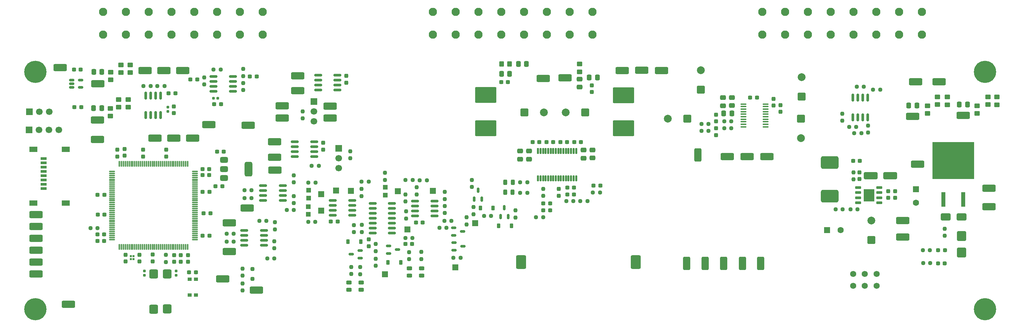
<source format=gbr>
%TF.GenerationSoftware,KiCad,Pcbnew,9.0.7*%
%TF.CreationDate,2026-02-10T04:26:10-08:00*%
%TF.ProjectId,VCU_v2,5643555f-7632-42e6-9b69-6361645f7063,rev?*%
%TF.SameCoordinates,Original*%
%TF.FileFunction,Soldermask,Top*%
%TF.FilePolarity,Negative*%
%FSLAX46Y46*%
G04 Gerber Fmt 4.6, Leading zero omitted, Abs format (unit mm)*
G04 Created by KiCad (PCBNEW 9.0.7) date 2026-02-10 04:26:10*
%MOMM*%
%LPD*%
G01*
G04 APERTURE LIST*
G04 Aperture macros list*
%AMRoundRect*
0 Rectangle with rounded corners*
0 $1 Rounding radius*
0 $2 $3 $4 $5 $6 $7 $8 $9 X,Y pos of 4 corners*
0 Add a 4 corners polygon primitive as box body*
4,1,4,$2,$3,$4,$5,$6,$7,$8,$9,$2,$3,0*
0 Add four circle primitives for the rounded corners*
1,1,$1+$1,$2,$3*
1,1,$1+$1,$4,$5*
1,1,$1+$1,$6,$7*
1,1,$1+$1,$8,$9*
0 Add four rect primitives between the rounded corners*
20,1,$1+$1,$2,$3,$4,$5,0*
20,1,$1+$1,$4,$5,$6,$7,0*
20,1,$1+$1,$6,$7,$8,$9,0*
20,1,$1+$1,$8,$9,$2,$3,0*%
G04 Aperture macros list end*
%ADD10C,0.100000*%
%ADD11RoundRect,0.237500X0.250000X0.237500X-0.250000X0.237500X-0.250000X-0.237500X0.250000X-0.237500X0*%
%ADD12RoundRect,0.250000X1.000000X0.650000X-1.000000X0.650000X-1.000000X-0.650000X1.000000X-0.650000X0*%
%ADD13RoundRect,0.390000X-0.910000X-1.360000X0.910000X-1.360000X0.910000X1.360000X-0.910000X1.360000X0*%
%ADD14R,1.500000X1.500000*%
%ADD15RoundRect,0.237500X0.237500X-0.250000X0.237500X0.250000X-0.237500X0.250000X-0.237500X-0.250000X0*%
%ADD16RoundRect,0.250000X-1.450000X-0.650000X1.450000X-0.650000X1.450000X0.650000X-1.450000X0.650000X0*%
%ADD17RoundRect,0.375000X-0.625000X-0.375000X0.625000X-0.375000X0.625000X0.375000X-0.625000X0.375000X0*%
%ADD18RoundRect,0.500000X-0.500000X-1.400000X0.500000X-1.400000X0.500000X1.400000X-0.500000X1.400000X0*%
%ADD19RoundRect,0.250000X0.450000X-0.350000X0.450000X0.350000X-0.450000X0.350000X-0.450000X-0.350000X0*%
%ADD20RoundRect,0.237500X-0.250000X-0.237500X0.250000X-0.237500X0.250000X0.237500X-0.250000X0.237500X0*%
%ADD21C,3.600000*%
%ADD22C,5.700000*%
%ADD23RoundRect,0.250000X-0.337500X-0.475000X0.337500X-0.475000X0.337500X0.475000X-0.337500X0.475000X0*%
%ADD24RoundRect,0.237500X0.300000X0.237500X-0.300000X0.237500X-0.300000X-0.237500X0.300000X-0.237500X0*%
%ADD25RoundRect,0.150000X-0.512500X-0.150000X0.512500X-0.150000X0.512500X0.150000X-0.512500X0.150000X0*%
%ADD26RoundRect,0.250000X0.337500X0.475000X-0.337500X0.475000X-0.337500X-0.475000X0.337500X-0.475000X0*%
%ADD27RoundRect,0.250000X0.650000X-1.450000X0.650000X1.450000X-0.650000X1.450000X-0.650000X-1.450000X0*%
%ADD28RoundRect,0.067500X0.157500X-0.682500X0.157500X0.682500X-0.157500X0.682500X-0.157500X-0.682500X0*%
%ADD29RoundRect,0.067500X-0.157500X0.682500X-0.157500X-0.682500X0.157500X-0.682500X0.157500X0.682500X0*%
%ADD30RoundRect,0.150000X0.150000X-0.512500X0.150000X0.512500X-0.150000X0.512500X-0.150000X-0.512500X0*%
%ADD31RoundRect,0.237500X-0.237500X0.300000X-0.237500X-0.300000X0.237500X-0.300000X0.237500X0.300000X0*%
%ADD32RoundRect,0.162500X0.162500X-0.825000X0.162500X0.825000X-0.162500X0.825000X-0.162500X-0.825000X0*%
%ADD33RoundRect,0.250000X0.750000X0.750000X-0.750000X0.750000X-0.750000X-0.750000X0.750000X-0.750000X0*%
%ADD34C,2.000000*%
%ADD35RoundRect,0.100000X-0.637500X-0.100000X0.637500X-0.100000X0.637500X0.100000X-0.637500X0.100000X0*%
%ADD36C,2.108200*%
%ADD37RoundRect,0.250000X-0.550000X-0.550000X0.550000X-0.550000X0.550000X0.550000X-0.550000X0.550000X0*%
%ADD38C,1.600000*%
%ADD39RoundRect,0.250000X-0.550000X0.550000X-0.550000X-0.550000X0.550000X-0.550000X0.550000X0.550000X0*%
%ADD40R,1.000000X0.900000*%
%ADD41RoundRect,0.237500X-0.237500X0.250000X-0.237500X-0.250000X0.237500X-0.250000X0.237500X0.250000X0*%
%ADD42RoundRect,0.225000X-0.225000X-0.375000X0.225000X-0.375000X0.225000X0.375000X-0.225000X0.375000X0*%
%ADD43RoundRect,0.250000X0.900000X-1.000000X0.900000X1.000000X-0.900000X1.000000X-0.900000X-1.000000X0*%
%ADD44R,1.700000X1.700000*%
%ADD45C,1.700000*%
%ADD46RoundRect,0.155000X-0.155000X0.212500X-0.155000X-0.212500X0.155000X-0.212500X0.155000X0.212500X0*%
%ADD47RoundRect,0.250000X2.500000X-1.750000X2.500000X1.750000X-2.500000X1.750000X-2.500000X-1.750000X0*%
%ADD48R,1.200000X1.200000*%
%ADD49R,1.500000X1.600000*%
%ADD50RoundRect,0.237500X0.237500X-0.300000X0.237500X0.300000X-0.237500X0.300000X-0.237500X-0.300000X0*%
%ADD51RoundRect,0.237500X-0.300000X-0.237500X0.300000X-0.237500X0.300000X0.237500X-0.300000X0.237500X0*%
%ADD52RoundRect,0.250000X1.450000X0.650000X-1.450000X0.650000X-1.450000X-0.650000X1.450000X-0.650000X0*%
%ADD53RoundRect,0.162500X0.825000X0.162500X-0.825000X0.162500X-0.825000X-0.162500X0.825000X-0.162500X0*%
%ADD54C,1.574800*%
%ADD55RoundRect,0.237500X0.287500X0.237500X-0.287500X0.237500X-0.287500X-0.237500X0.287500X-0.237500X0*%
%ADD56RoundRect,0.090000X-0.685000X-0.210000X0.685000X-0.210000X0.685000X0.210000X-0.685000X0.210000X0*%
%ADD57RoundRect,0.155000X0.155000X-0.212500X0.155000X0.212500X-0.155000X0.212500X-0.155000X-0.212500X0*%
%ADD58RoundRect,0.250000X-0.750000X-0.750000X0.750000X-0.750000X0.750000X0.750000X-0.750000X0.750000X0*%
%ADD59RoundRect,0.250000X1.500000X0.650000X-1.500000X0.650000X-1.500000X-0.650000X1.500000X-0.650000X0*%
%ADD60RoundRect,0.330000X-0.770000X0.820000X-0.770000X-0.820000X0.770000X-0.820000X0.770000X0.820000X0*%
%ADD61RoundRect,0.243750X0.456250X-0.243750X0.456250X0.243750X-0.456250X0.243750X-0.456250X-0.243750X0*%
%ADD62RoundRect,0.250000X0.750000X-0.750000X0.750000X0.750000X-0.750000X0.750000X-0.750000X-0.750000X0*%
%ADD63RoundRect,0.155000X-0.212500X-0.155000X0.212500X-0.155000X0.212500X0.155000X-0.212500X0.155000X0*%
%ADD64RoundRect,0.250000X0.250000X-0.250000X0.250000X0.250000X-0.250000X0.250000X-0.250000X-0.250000X0*%
%ADD65RoundRect,0.150000X0.512500X0.150000X-0.512500X0.150000X-0.512500X-0.150000X0.512500X-0.150000X0*%
%ADD66RoundRect,0.495000X-1.755000X-1.155000X1.755000X-1.155000X1.755000X1.155000X-1.755000X1.155000X0*%
%ADD67RoundRect,0.250000X0.475000X-0.337500X0.475000X0.337500X-0.475000X0.337500X-0.475000X-0.337500X0*%
%ADD68RoundRect,0.250000X-0.475000X0.337500X-0.475000X-0.337500X0.475000X-0.337500X0.475000X0.337500X0*%
%ADD69R,1.500000X0.800000*%
%ADD70R,2.000000X1.450000*%
%ADD71RoundRect,0.243750X-0.243750X-0.456250X0.243750X-0.456250X0.243750X0.456250X-0.243750X0.456250X0*%
%ADD72RoundRect,0.150000X0.825000X0.150000X-0.825000X0.150000X-0.825000X-0.150000X0.825000X-0.150000X0*%
%ADD73RoundRect,0.075000X0.075000X-0.662500X0.075000X0.662500X-0.075000X0.662500X-0.075000X-0.662500X0*%
%ADD74RoundRect,0.075000X0.662500X-0.075000X0.662500X0.075000X-0.662500X0.075000X-0.662500X-0.075000X0*%
%ADD75RoundRect,0.150000X-0.825000X-0.150000X0.825000X-0.150000X0.825000X0.150000X-0.825000X0.150000X0*%
%ADD76RoundRect,0.250000X-0.750000X0.750000X-0.750000X-0.750000X0.750000X-0.750000X0.750000X0.750000X0*%
%ADD77RoundRect,0.070500X0.164500X-0.189500X0.164500X0.189500X-0.164500X0.189500X-0.164500X-0.189500X0*%
%ADD78RoundRect,0.250000X0.350000X0.450000X-0.350000X0.450000X-0.350000X-0.450000X0.350000X-0.450000X0*%
%ADD79R,10.670000X9.450000*%
%ADD80R,1.050000X3.800000*%
%ADD81RoundRect,0.150000X-0.150000X0.825000X-0.150000X-0.825000X0.150000X-0.825000X0.150000X0.825000X0*%
%ADD82RoundRect,0.225000X0.225000X0.375000X-0.225000X0.375000X-0.225000X-0.375000X0.225000X-0.375000X0*%
%ADD83RoundRect,0.250000X-0.450000X0.350000X-0.450000X-0.350000X0.450000X-0.350000X0.450000X0.350000X0*%
G04 APERTURE END LIST*
%TO.C,U2*%
D10*
X243207877Y-83474020D02*
X245807877Y-83474020D01*
X245807877Y-86574020D01*
X243207877Y-86574020D01*
X243207877Y-83474020D01*
G36*
X243207877Y-83474020D02*
G01*
X245807877Y-83474020D01*
X245807877Y-86574020D01*
X243207877Y-86574020D01*
X243207877Y-83474020D01*
G37*
%TD*%
D11*
%TO.C,R23*%
X168837082Y-86588061D03*
X167012082Y-86588061D03*
%TD*%
D12*
%TO.C,D5*%
X268257877Y-90650020D03*
X264257877Y-90650020D03*
%TD*%
D13*
%TO.C,BT1*%
X155428594Y-102263498D03*
X184828594Y-102263498D03*
%TD*%
D14*
%TO.C,TP63*%
X111825569Y-83940495D03*
%TD*%
D15*
%TO.C,R60*%
X237744000Y-65936500D03*
X237744000Y-64111500D03*
%TD*%
D16*
%TO.C,TP48*%
X253197898Y-91594786D03*
%TD*%
D17*
%TO.C,U3*%
X79266066Y-76011362D03*
X79266066Y-78311362D03*
D18*
X85566066Y-78311362D03*
D17*
X79266066Y-80611362D03*
%TD*%
D19*
%TO.C,R61*%
X50213327Y-64739286D03*
X50213327Y-62739286D03*
%TD*%
D15*
%TO.C,R105*%
X118162215Y-103161086D03*
X118162215Y-101336086D03*
%TD*%
D20*
%TO.C,R79*%
X155174014Y-84429992D03*
X156999014Y-84429992D03*
%TD*%
D21*
%TO.C,H1*%
X274320000Y-53340000D03*
D22*
X274320000Y-53340000D03*
%TD*%
D20*
%TO.C,R49*%
X95368387Y-88849296D03*
X97193387Y-88849296D03*
%TD*%
D16*
%TO.C,TP53*%
X39395114Y-113030000D03*
%TD*%
D23*
%TO.C,C81*%
X45916270Y-53402177D03*
X47991270Y-53402177D03*
%TD*%
D19*
%TO.C,R72*%
X259603077Y-64063520D03*
X259603077Y-62063520D03*
%TD*%
D24*
%TO.C,C60*%
X170769381Y-71433713D03*
X169044381Y-71433713D03*
%TD*%
D25*
%TO.C,Q11*%
X138220597Y-97242853D03*
X138220597Y-99142853D03*
X140495597Y-98192853D03*
%TD*%
D26*
%TO.C,C71*%
X209429840Y-64060124D03*
X207354840Y-64060124D03*
%TD*%
D23*
%TO.C,C69*%
X150419704Y-53907713D03*
X152494704Y-53907713D03*
%TD*%
D16*
%TO.C,TP10*%
X68755327Y-53071286D03*
%TD*%
D15*
%TO.C,R48*%
X84081726Y-105702267D03*
X84081726Y-103877267D03*
%TD*%
D19*
%TO.C,R64*%
X54737000Y-62468000D03*
X54737000Y-60468000D03*
%TD*%
D27*
%TO.C,TP57*%
X202624501Y-102602892D03*
%TD*%
D19*
%TO.C,R58*%
X55293327Y-53579286D03*
X55293327Y-51579286D03*
%TD*%
D28*
%TO.C,U13*%
X159771204Y-80695712D03*
X160421204Y-80695712D03*
X161071204Y-80695712D03*
X161721204Y-80695712D03*
X162371204Y-80695712D03*
X163021204Y-80695712D03*
X163671204Y-80695712D03*
X164321204Y-80695712D03*
X164971204Y-80695712D03*
X165621204Y-80695712D03*
X166271204Y-80695712D03*
X166921204Y-80695712D03*
X167571204Y-80695712D03*
X168221204Y-80695712D03*
X168871204Y-80695712D03*
X169521204Y-80695712D03*
D29*
X169521204Y-73695712D03*
X168871204Y-73695712D03*
X168221204Y-73695712D03*
X167571204Y-73695712D03*
X166921204Y-73695712D03*
X166271204Y-73695712D03*
X165621204Y-73695712D03*
X164971204Y-73695712D03*
X164321204Y-73695712D03*
X163671204Y-73695712D03*
X163021204Y-73695712D03*
X162371204Y-73695712D03*
X161721204Y-73695712D03*
X161071204Y-73695712D03*
X160421204Y-73695712D03*
X159771204Y-73695712D03*
%TD*%
D24*
%TO.C,C26*%
X75553239Y-84222133D03*
X73828239Y-84222133D03*
%TD*%
D30*
%TO.C,Q15*%
X150189539Y-90550991D03*
X152089539Y-90550991D03*
X151139539Y-88275991D03*
%TD*%
D27*
%TO.C,TP56*%
X197851501Y-102602892D03*
%TD*%
D15*
%TO.C,R109*%
X114183001Y-105317476D03*
X114183001Y-103492476D03*
%TD*%
D23*
%TO.C,C84*%
X254755577Y-62047520D03*
X256830577Y-62047520D03*
%TD*%
D20*
%TO.C,R106*%
X135752894Y-91604837D03*
X137577894Y-91604837D03*
%TD*%
D31*
%TO.C,C28*%
X64530739Y-73384032D03*
X64530739Y-75109032D03*
%TD*%
D24*
%TO.C,C42*%
X130224330Y-92058733D03*
X128499330Y-92058733D03*
%TD*%
D16*
%TO.C,TP30*%
X191389000Y-52994712D03*
%TD*%
D32*
%TO.C,Q2*%
X240411000Y-65021500D03*
X241681000Y-65021500D03*
X242951000Y-65021500D03*
X244221000Y-65021500D03*
X244221000Y-59946500D03*
X242951000Y-59946500D03*
X241681000Y-59946500D03*
X240411000Y-59946500D03*
%TD*%
D14*
%TO.C,TP67*%
X138590487Y-103549477D03*
%TD*%
D33*
%TO.C,C65*%
X171858881Y-63813713D03*
D34*
X166858881Y-63813713D03*
%TD*%
D35*
%TO.C,U14*%
X212387840Y-61643124D03*
X212387840Y-62293124D03*
X212387840Y-62943124D03*
X212387840Y-63593124D03*
X212387840Y-64243124D03*
X212387840Y-64893124D03*
X212387840Y-65543124D03*
X212387840Y-66193124D03*
X212387840Y-66843124D03*
X212387840Y-67493124D03*
X218112840Y-67493124D03*
X218112840Y-66843124D03*
X218112840Y-66193124D03*
X218112840Y-65543124D03*
X218112840Y-64893124D03*
X218112840Y-64243124D03*
X218112840Y-63593124D03*
X218112840Y-62943124D03*
X218112840Y-62293124D03*
X218112840Y-61643124D03*
%TD*%
D19*
%TO.C,R67*%
X264683077Y-61804520D03*
X264683077Y-59804520D03*
%TD*%
D11*
%TO.C,R62*%
X241300000Y-67493798D03*
X239475000Y-67493798D03*
%TD*%
D36*
%TO.C,U19*%
X258129524Y-43767362D03*
X252287524Y-43767362D03*
X246445524Y-43767362D03*
X240603524Y-43767362D03*
X234761524Y-43767362D03*
X228919524Y-43767362D03*
X223077524Y-43767362D03*
X217235524Y-43767362D03*
X258129524Y-37925362D03*
X252287524Y-37925362D03*
X246445524Y-37925362D03*
X240603524Y-37925362D03*
X234761524Y-37925362D03*
X228919524Y-37925362D03*
X223077524Y-37925362D03*
X217235524Y-37925362D03*
%TD*%
D37*
%TO.C,C11*%
X233801877Y-94036020D03*
D38*
X237301877Y-94036020D03*
%TD*%
D16*
%TO.C,TP21*%
X98220349Y-54347238D03*
%TD*%
D39*
%TO.C,C2*%
X256605877Y-83493369D03*
D38*
X256605877Y-86993369D03*
%TD*%
D40*
%TO.C,SW1*%
X70510818Y-110692658D03*
X70510818Y-106592658D03*
X72110818Y-110692658D03*
X72110818Y-106592658D03*
%TD*%
D16*
%TO.C,TP17*%
X92234698Y-75296124D03*
%TD*%
D24*
%TO.C,C38*%
X48614500Y-96774000D03*
X46889500Y-96774000D03*
%TD*%
D16*
%TO.C,TP37*%
X268747077Y-64587520D03*
%TD*%
D11*
%TO.C,R53*%
X86374887Y-85785551D03*
X84549887Y-85785551D03*
%TD*%
D16*
%TO.C,TP5*%
X275351077Y-83284020D03*
%TD*%
D27*
%TO.C,TP59*%
X212149501Y-102602892D03*
%TD*%
D15*
%TO.C,R103*%
X126688125Y-101479632D03*
X126688125Y-99654632D03*
%TD*%
D16*
%TO.C,TP19*%
X94168649Y-65218438D03*
%TD*%
D41*
%TO.C,R47*%
X84081726Y-107687267D03*
X84081726Y-109512267D03*
%TD*%
%TO.C,R83*%
X153990306Y-88941393D03*
X153990306Y-90766393D03*
%TD*%
D42*
%TO.C,D1*%
X144968735Y-88333702D03*
X148268735Y-88333702D03*
%TD*%
D43*
%TO.C,D6*%
X268289877Y-99794020D03*
X268289877Y-95494020D03*
%TD*%
D44*
%TO.C,JP3*%
X102362000Y-60960000D03*
D45*
X102362000Y-63500000D03*
X102362000Y-66040000D03*
%TD*%
D46*
%TO.C,C34*%
X58933538Y-104492432D03*
X58933538Y-105627432D03*
%TD*%
D47*
%TO.C,L3*%
X146377204Y-67809713D03*
X146377204Y-59309713D03*
%TD*%
D11*
%TO.C,R88*%
X102711699Y-91929733D03*
X100886699Y-91929733D03*
%TD*%
D48*
%TO.C,RV5*%
X100943575Y-83792829D03*
D49*
X104193575Y-84792829D03*
D48*
X100943575Y-85792829D03*
%TD*%
D16*
%TO.C,TP39*%
X256546466Y-55951520D03*
%TD*%
D41*
%TO.C,R46*%
X92320387Y-91985051D03*
X92320387Y-93810051D03*
%TD*%
D16*
%TO.C,TP38*%
X255793077Y-64841520D03*
%TD*%
D50*
%TO.C,C23*%
X70096185Y-102175103D03*
X70096185Y-100450103D03*
%TD*%
D24*
%TO.C,C16*%
X79262724Y-73866362D03*
X77537724Y-73866362D03*
%TD*%
D41*
%TO.C,R94*%
X125958693Y-89181307D03*
X125958693Y-91006307D03*
%TD*%
D16*
%TO.C,TP11*%
X71247000Y-70358000D03*
%TD*%
D11*
%TO.C,R14*%
X78442027Y-52741086D03*
X76617027Y-52741086D03*
%TD*%
D41*
%TO.C,R12*%
X114543510Y-83436493D03*
X114543510Y-85261493D03*
%TD*%
D11*
%TO.C,R90*%
X116385974Y-81576565D03*
X114560974Y-81576565D03*
%TD*%
D51*
%TO.C,C30*%
X46904239Y-84914532D03*
X48629239Y-84914532D03*
%TD*%
D24*
%TO.C,C58*%
X163657381Y-71433713D03*
X161932381Y-71433713D03*
%TD*%
D52*
%TO.C,TP27*%
X80636387Y-99501551D03*
%TD*%
D53*
%TO.C,Q3*%
X89555539Y-97880796D03*
X89555539Y-96610796D03*
X89555539Y-95340796D03*
X89555539Y-94070796D03*
X84480539Y-94070796D03*
X84480539Y-95340796D03*
X84480539Y-96610796D03*
X84480539Y-97880796D03*
%TD*%
D19*
%TO.C,R68*%
X277383077Y-61809520D03*
X277383077Y-59809520D03*
%TD*%
D54*
%TO.C,J2*%
X246515476Y-108306700D03*
X243515477Y-108306700D03*
X240515478Y-108306700D03*
X246515476Y-105306701D03*
X243515477Y-105306701D03*
X240515478Y-105306701D03*
%TD*%
D41*
%TO.C,R101*%
X118205598Y-97575703D03*
X118205598Y-99400703D03*
%TD*%
D20*
%TO.C,R98*%
X125770662Y-96017324D03*
X127595662Y-96017324D03*
%TD*%
D48*
%TO.C,RV2*%
X120597903Y-83031890D03*
D49*
X123847903Y-84031890D03*
D48*
X120597903Y-85031890D03*
%TD*%
D31*
%TO.C,C20*%
X58526566Y-73365132D03*
X58526566Y-75090132D03*
%TD*%
D16*
%TO.C,TP14*%
X59103327Y-53071286D03*
%TD*%
D20*
%TO.C,R82*%
X125825936Y-81165091D03*
X127650936Y-81165091D03*
%TD*%
D52*
%TO.C,TP31*%
X85208387Y-88325551D03*
%TD*%
D11*
%TO.C,R4*%
X86368038Y-83769296D03*
X84543038Y-83769296D03*
%TD*%
D55*
%TO.C,D7*%
X264033000Y-99187000D03*
X262283000Y-99187000D03*
%TD*%
D16*
%TO.C,TP26*%
X166697204Y-54899712D03*
%TD*%
D41*
%TO.C,R99*%
X135856653Y-87821421D03*
X135856653Y-89646421D03*
%TD*%
D16*
%TO.C,TP55*%
X75425349Y-66894838D03*
%TD*%
%TO.C,TP22*%
X106475349Y-65243838D03*
%TD*%
D56*
%TO.C,U2*%
X241807877Y-83074020D03*
X241807877Y-84374020D03*
X241807877Y-85674020D03*
X241807877Y-86974020D03*
X247207877Y-86974020D03*
X247207877Y-85674020D03*
X247207877Y-84374020D03*
X247207877Y-83074020D03*
%TD*%
D57*
%TO.C,C5*%
X64945327Y-63544786D03*
X64945327Y-62409786D03*
%TD*%
D58*
%TO.C,C66*%
X156270881Y-63813713D03*
D34*
X161270881Y-63813713D03*
%TD*%
D16*
%TO.C,TP25*%
X161109204Y-55026712D03*
%TD*%
D50*
%TO.C,C36*%
X54107538Y-102052932D03*
X54107538Y-100327932D03*
%TD*%
D59*
%TO.C,D2*%
X249961877Y-80066020D03*
X244961877Y-80066020D03*
%TD*%
D24*
%TO.C,C17*%
X42593327Y-52817286D03*
X40868327Y-52817286D03*
%TD*%
D50*
%TO.C,C7*%
X66469327Y-63993286D03*
X66469327Y-62268286D03*
%TD*%
D11*
%TO.C,R29*%
X209304840Y-67870124D03*
X207479840Y-67870124D03*
%TD*%
D23*
%TO.C,C82*%
X45873827Y-62723286D03*
X47948827Y-62723286D03*
%TD*%
D20*
%TO.C,R18*%
X245594500Y-57912000D03*
X247419500Y-57912000D03*
%TD*%
D52*
%TO.C,TP47*%
X31144916Y-105283000D03*
%TD*%
D25*
%TO.C,Q10*%
X121469818Y-98097384D03*
X121469818Y-99997384D03*
X123744818Y-99047384D03*
%TD*%
D15*
%TO.C,R15*%
X84184327Y-54468286D03*
X84184327Y-52643286D03*
%TD*%
D44*
%TO.C,JP4*%
X108705000Y-73031000D03*
D45*
X108705000Y-75571000D03*
X108705000Y-78111000D03*
%TD*%
D31*
%TO.C,C4*%
X251271877Y-84029520D03*
X251271877Y-85754520D03*
%TD*%
D16*
%TO.C,TP28*%
X181302204Y-52994712D03*
%TD*%
%TO.C,TP4*%
X37325349Y-52289838D03*
%TD*%
D24*
%TO.C,C44*%
X108402881Y-91826692D03*
X106677881Y-91826692D03*
%TD*%
D44*
%TO.C,JP1*%
X29437393Y-63644027D03*
D45*
X31977393Y-63644027D03*
X34517393Y-63644027D03*
%TD*%
D51*
%TO.C,C9*%
X85926827Y-54595286D03*
X87651827Y-54595286D03*
%TD*%
D41*
%TO.C,R2*%
X240603877Y-79153520D03*
X240603877Y-80978520D03*
%TD*%
D11*
%TO.C,R22*%
X161071759Y-90676062D03*
X159246759Y-90676062D03*
%TD*%
D44*
%TO.C,J1*%
X29395343Y-68252197D03*
D45*
X31935343Y-68252197D03*
X34475343Y-68252197D03*
X37015343Y-68252197D03*
%TD*%
D60*
%TO.C,Y1*%
X61275538Y-105254432D03*
X61275538Y-114304432D03*
X64775538Y-114254432D03*
X64775538Y-105254432D03*
%TD*%
D61*
%TO.C,D13*%
X111348554Y-109333078D03*
X111348554Y-107458078D03*
%TD*%
D62*
%TO.C,C53*%
X227315340Y-59742124D03*
D34*
X227315340Y-54742124D03*
%TD*%
D52*
%TO.C,TP45*%
X31144916Y-99187000D03*
%TD*%
D41*
%TO.C,R25*%
X161071759Y-83413562D03*
X161071759Y-85238562D03*
%TD*%
D24*
%TO.C,C14*%
X42693827Y-62469286D03*
X40968827Y-62469286D03*
%TD*%
D19*
%TO.C,R73*%
X275097077Y-61777520D03*
X275097077Y-59777520D03*
%TD*%
D11*
%TO.C,R1*%
X260248400Y-102514400D03*
X258423400Y-102514400D03*
%TD*%
D15*
%TO.C,R57*%
X120520044Y-81104704D03*
X120520044Y-79279704D03*
%TD*%
D27*
%TO.C,TP58*%
X207323501Y-102602892D03*
%TD*%
D50*
%TO.C,C51*%
X165100000Y-85190500D03*
X165100000Y-83465500D03*
%TD*%
D63*
%TO.C,C1*%
X76569827Y-60183286D03*
X77704827Y-60183286D03*
%TD*%
D51*
%TO.C,C57*%
X158376381Y-71433713D03*
X160101381Y-71433713D03*
%TD*%
D48*
%TO.C,RV6*%
X100929720Y-87977120D03*
D49*
X104179720Y-88977120D03*
D48*
X100929720Y-89977120D03*
%TD*%
D15*
%TO.C,R40*%
X143238141Y-89924582D03*
X143238141Y-88099582D03*
%TD*%
D50*
%TO.C,C77*%
X205344340Y-69595124D03*
X205344340Y-67870124D03*
%TD*%
D24*
%TO.C,C25*%
X75812738Y-89695132D03*
X74087738Y-89695132D03*
%TD*%
D42*
%TO.C,D25*%
X149642564Y-92948016D03*
X152942564Y-92948016D03*
%TD*%
D11*
%TO.C,R5*%
X237809877Y-88702020D03*
X235984877Y-88702020D03*
%TD*%
D64*
%TO.C,D8*%
X86621726Y-106527767D03*
X86621726Y-104027767D03*
%TD*%
D51*
%TO.C,C50*%
X161124759Y-87120062D03*
X162849759Y-87120062D03*
%TD*%
D16*
%TO.C,TP50*%
X275351077Y-88029020D03*
%TD*%
D20*
%TO.C,R19*%
X62204027Y-56982886D03*
X64029027Y-56982886D03*
%TD*%
D23*
%TO.C,C83*%
X267709577Y-61793520D03*
X269784577Y-61793520D03*
%TD*%
D41*
%TO.C,R96*%
X114598504Y-92695332D03*
X114598504Y-94520332D03*
%TD*%
D53*
%TO.C,Q4*%
X94349887Y-86420551D03*
X94349887Y-85150551D03*
X94349887Y-83880551D03*
X94349887Y-82610551D03*
X89274887Y-82610551D03*
X89274887Y-83880551D03*
X89274887Y-85150551D03*
X89274887Y-86420551D03*
%TD*%
D65*
%TO.C,Q8*%
X114216628Y-101170086D03*
X114216628Y-99270086D03*
X111941628Y-100220086D03*
%TD*%
D41*
%TO.C,R80*%
X125816380Y-84860681D03*
X125816380Y-86685681D03*
%TD*%
D11*
%TO.C,R30*%
X209304840Y-66092124D03*
X207479840Y-66092124D03*
%TD*%
D66*
%TO.C,L2*%
X234507877Y-76616020D03*
X234507877Y-85316020D03*
%TD*%
D20*
%TO.C,R85*%
X155192614Y-81770143D03*
X157017614Y-81770143D03*
%TD*%
D51*
%TO.C,C32*%
X46889500Y-95123000D03*
X48614500Y-95123000D03*
%TD*%
D20*
%TO.C,R20*%
X58648027Y-56982886D03*
X60473027Y-56982886D03*
%TD*%
D41*
%TO.C,R13*%
X74227527Y-54773086D03*
X74227527Y-56598086D03*
%TD*%
D11*
%TO.C,R51*%
X81802887Y-96961551D03*
X79977887Y-96961551D03*
%TD*%
D36*
%TO.C,U18*%
X173674524Y-43767362D03*
X167832524Y-43767362D03*
X161990524Y-43767362D03*
X156148524Y-43767362D03*
X150306524Y-43767362D03*
X144464524Y-43767362D03*
X138622524Y-43767362D03*
X132780524Y-43767362D03*
X173674524Y-37925362D03*
X167832524Y-37925362D03*
X161990524Y-37925362D03*
X156148524Y-37925362D03*
X150306524Y-37925362D03*
X144464524Y-37925362D03*
X138622524Y-37925362D03*
X132780524Y-37925362D03*
%TD*%
D51*
%TO.C,C31*%
X46955039Y-89994532D03*
X48680039Y-89994532D03*
%TD*%
D16*
%TO.C,TP52*%
X46911327Y-70724286D03*
%TD*%
D67*
%TO.C,C74*%
X170380204Y-57301962D03*
X170380204Y-55226962D03*
%TD*%
D16*
%TO.C,TP6*%
X257048000Y-77075220D03*
%TD*%
D31*
%TO.C,C6*%
X249493877Y-84029520D03*
X249493877Y-85754520D03*
%TD*%
D41*
%TO.C,R100*%
X135836033Y-84223114D03*
X135836033Y-86048114D03*
%TD*%
D15*
%TO.C,R42*%
X99441000Y-65325000D03*
X99441000Y-63500000D03*
%TD*%
D52*
%TO.C,TP29*%
X80636387Y-92135551D03*
%TD*%
D51*
%TO.C,C49*%
X167259000Y-83058000D03*
X168984000Y-83058000D03*
%TD*%
D50*
%TO.C,C19*%
X68239139Y-102133532D03*
X68239139Y-100408532D03*
%TD*%
D11*
%TO.C,R32*%
X203462840Y-66727124D03*
X201637840Y-66727124D03*
%TD*%
%TO.C,R7*%
X243228500Y-57221520D03*
X241403500Y-57221520D03*
%TD*%
D52*
%TO.C,TP46*%
X31144916Y-102235000D03*
%TD*%
D20*
%TO.C,R107*%
X138071266Y-101105118D03*
X139896266Y-101105118D03*
%TD*%
D31*
%TO.C,C54*%
X220076340Y-60303124D03*
X220076340Y-62028124D03*
%TD*%
D16*
%TO.C,TP12*%
X63929327Y-53027901D03*
%TD*%
D68*
%TO.C,C63*%
X155174881Y-73698213D03*
X155174881Y-75773213D03*
%TD*%
D69*
%TO.C,J4*%
X33093343Y-83373197D03*
X33093343Y-82273197D03*
X33093343Y-81173197D03*
X33093343Y-80073197D03*
X33093343Y-78973197D03*
X33093343Y-77873197D03*
X33093343Y-76773197D03*
X33093343Y-75673197D03*
D70*
X30493343Y-87048197D03*
X38793343Y-87048197D03*
X30493343Y-73298197D03*
X38793343Y-73298197D03*
%TD*%
D16*
%TO.C,TP36*%
X46911327Y-65771286D03*
%TD*%
D24*
%TO.C,C24*%
X75553239Y-95480932D03*
X73828239Y-95480932D03*
%TD*%
D20*
%TO.C,R31*%
X201637840Y-68505124D03*
X203462840Y-68505124D03*
%TD*%
D51*
%TO.C,C40*%
X65098827Y-58913286D03*
X66823827Y-58913286D03*
%TD*%
D33*
%TO.C,C76*%
X198012660Y-65352753D03*
D34*
X193012660Y-65352753D03*
%TD*%
D51*
%TO.C,C52*%
X173978259Y-82548062D03*
X175703259Y-82548062D03*
%TD*%
D21*
%TO.C,H2*%
X31002724Y-53340000D03*
D22*
X31002724Y-53340000D03*
%TD*%
D14*
%TO.C,TP64*%
X108030775Y-83888920D03*
%TD*%
D50*
%TO.C,C64*%
X221854340Y-63652624D03*
X221854340Y-61927624D03*
%TD*%
D41*
%TO.C,R84*%
X128650140Y-83020503D03*
X128650140Y-84845503D03*
%TD*%
D31*
%TO.C,C29*%
X51943000Y-73384032D03*
X51943000Y-75109032D03*
%TD*%
D50*
%TO.C,C46*%
X110666349Y-56125238D03*
X110666349Y-54400238D03*
%TD*%
D27*
%TO.C,TP24*%
X200714866Y-74684173D03*
%TD*%
D50*
%TO.C,C86*%
X116396542Y-98127718D03*
X116396542Y-96402718D03*
%TD*%
D52*
%TO.C,TP42*%
X31144916Y-90043000D03*
%TD*%
D61*
%TO.C,D16*%
X126779921Y-105730500D03*
X126779921Y-103855500D03*
%TD*%
D51*
%TO.C,C3*%
X76782827Y-61707286D03*
X78507827Y-61707286D03*
%TD*%
D24*
%TO.C,C15*%
X78855224Y-82756362D03*
X77130224Y-82756362D03*
%TD*%
D15*
%TO.C,R50*%
X97146387Y-87102551D03*
X97146387Y-85277551D03*
%TD*%
D71*
%TO.C,D23*%
X151336918Y-84305607D03*
X153211918Y-84305607D03*
%TD*%
%TO.C,D24*%
X151391745Y-81732943D03*
X153266745Y-81732943D03*
%TD*%
D15*
%TO.C,R86*%
X141474243Y-92534830D03*
X141474243Y-90709830D03*
%TD*%
D72*
%TO.C,U9*%
X81579327Y-58405286D03*
X81579327Y-57135286D03*
X81579327Y-55865286D03*
X81579327Y-54595286D03*
X76629327Y-54595286D03*
X76629327Y-55865286D03*
X76629327Y-57135286D03*
X76629327Y-58405286D03*
%TD*%
D31*
%TO.C,C78*%
X205344340Y-64367124D03*
X205344340Y-66092124D03*
%TD*%
D72*
%TO.C,U15*%
X133231802Y-90380318D03*
X133231802Y-89110318D03*
X133231802Y-87840318D03*
X133231802Y-86570318D03*
X128281802Y-86570318D03*
X128281802Y-87840318D03*
X128281802Y-89110318D03*
X128281802Y-90380318D03*
%TD*%
D21*
%TO.C,H3*%
X274320000Y-114300000D03*
D22*
X274320000Y-114300000D03*
%TD*%
D73*
%TO.C,U5*%
X52478739Y-98345632D03*
X52978739Y-98345632D03*
X53478739Y-98345633D03*
X53978739Y-98345632D03*
X54478739Y-98345632D03*
X54978740Y-98345632D03*
X55478739Y-98345632D03*
X55978738Y-98345632D03*
X56478739Y-98345632D03*
X56978739Y-98345632D03*
X57478740Y-98345632D03*
X57978739Y-98345632D03*
X58478739Y-98345632D03*
X58978739Y-98345632D03*
X59478739Y-98345632D03*
X59978739Y-98345633D03*
X60478739Y-98345632D03*
X60978739Y-98345632D03*
X61478739Y-98345632D03*
X61978739Y-98345632D03*
X62478739Y-98345633D03*
X62978739Y-98345632D03*
X63478739Y-98345632D03*
X63978739Y-98345632D03*
X64478739Y-98345632D03*
X64978738Y-98345632D03*
X65478739Y-98345632D03*
X65978739Y-98345632D03*
X66478740Y-98345632D03*
X66978739Y-98345632D03*
X67478738Y-98345632D03*
X67978739Y-98345632D03*
X68478739Y-98345632D03*
X68978739Y-98345633D03*
X69478739Y-98345632D03*
X69978739Y-98345632D03*
D74*
X71891239Y-96433132D03*
X71891239Y-95933132D03*
X71891240Y-95433132D03*
X71891239Y-94933132D03*
X71891239Y-94433132D03*
X71891239Y-93933131D03*
X71891239Y-93433132D03*
X71891239Y-92933133D03*
X71891239Y-92433132D03*
X71891239Y-91933132D03*
X71891239Y-91433131D03*
X71891239Y-90933132D03*
X71891239Y-90433132D03*
X71891239Y-89933132D03*
X71891239Y-89433132D03*
X71891240Y-88933132D03*
X71891239Y-88433132D03*
X71891239Y-87933132D03*
X71891239Y-87433132D03*
X71891239Y-86933132D03*
X71891240Y-86433132D03*
X71891239Y-85933132D03*
X71891239Y-85433132D03*
X71891239Y-84933132D03*
X71891239Y-84433132D03*
X71891239Y-83933133D03*
X71891239Y-83433132D03*
X71891239Y-82933132D03*
X71891239Y-82433131D03*
X71891239Y-81933132D03*
X71891239Y-81433133D03*
X71891239Y-80933132D03*
X71891239Y-80433132D03*
X71891240Y-79933132D03*
X71891239Y-79433132D03*
X71891239Y-78933132D03*
D73*
X69978739Y-77020632D03*
X69478739Y-77020632D03*
X68978739Y-77020631D03*
X68478739Y-77020632D03*
X67978739Y-77020632D03*
X67478738Y-77020632D03*
X66978739Y-77020632D03*
X66478740Y-77020632D03*
X65978739Y-77020632D03*
X65478739Y-77020632D03*
X64978738Y-77020632D03*
X64478739Y-77020632D03*
X63978739Y-77020632D03*
X63478739Y-77020632D03*
X62978739Y-77020632D03*
X62478739Y-77020631D03*
X61978739Y-77020632D03*
X61478739Y-77020632D03*
X60978739Y-77020632D03*
X60478739Y-77020632D03*
X59978739Y-77020631D03*
X59478739Y-77020632D03*
X58978739Y-77020632D03*
X58478739Y-77020632D03*
X57978739Y-77020632D03*
X57478740Y-77020632D03*
X56978739Y-77020632D03*
X56478739Y-77020632D03*
X55978738Y-77020632D03*
X55478739Y-77020632D03*
X54978740Y-77020632D03*
X54478739Y-77020632D03*
X53978739Y-77020632D03*
X53478739Y-77020631D03*
X52978739Y-77020632D03*
X52478739Y-77020632D03*
D74*
X50566239Y-78933132D03*
X50566239Y-79433132D03*
X50566238Y-79933132D03*
X50566239Y-80433132D03*
X50566239Y-80933132D03*
X50566239Y-81433133D03*
X50566239Y-81933132D03*
X50566239Y-82433131D03*
X50566239Y-82933132D03*
X50566239Y-83433132D03*
X50566239Y-83933133D03*
X50566239Y-84433132D03*
X50566239Y-84933132D03*
X50566239Y-85433132D03*
X50566239Y-85933132D03*
X50566238Y-86433132D03*
X50566239Y-86933132D03*
X50566239Y-87433132D03*
X50566239Y-87933132D03*
X50566239Y-88433132D03*
X50566238Y-88933132D03*
X50566239Y-89433132D03*
X50566239Y-89933132D03*
X50566239Y-90433132D03*
X50566239Y-90933132D03*
X50566239Y-91433131D03*
X50566239Y-91933132D03*
X50566239Y-92433132D03*
X50566239Y-92933133D03*
X50566239Y-93433132D03*
X50566239Y-93933131D03*
X50566239Y-94433132D03*
X50566239Y-94933132D03*
X50566238Y-95433132D03*
X50566239Y-95933132D03*
X50566239Y-96433132D03*
%TD*%
D42*
%TO.C,D15*%
X121340547Y-102291125D03*
X124640547Y-102291125D03*
%TD*%
D75*
%TO.C,U11*%
X97444698Y-71308324D03*
X97444698Y-72578324D03*
X97444698Y-73848324D03*
X97444698Y-75118324D03*
X102394698Y-75118324D03*
X102394698Y-73848324D03*
X102394698Y-72578324D03*
X102394698Y-71308324D03*
%TD*%
D19*
%TO.C,R66*%
X272303077Y-64063520D03*
X272303077Y-62063520D03*
%TD*%
D20*
%TO.C,R8*%
X240768500Y-69088000D03*
X242593500Y-69088000D03*
%TD*%
D23*
%TO.C,C70*%
X172898704Y-54772712D03*
X174973704Y-54772712D03*
%TD*%
D68*
%TO.C,C55*%
X171430881Y-73444213D03*
X171430881Y-75519213D03*
%TD*%
D76*
%TO.C,C61*%
X227169966Y-65385949D03*
D34*
X227169966Y-70385949D03*
%TD*%
D20*
%TO.C,R44*%
X88359887Y-91627551D03*
X90184887Y-91627551D03*
%TD*%
D77*
%TO.C,Y2*%
X56139538Y-101502432D03*
X56139538Y-100682432D03*
X55469538Y-100682432D03*
X55469538Y-101502432D03*
%TD*%
D20*
%TO.C,R6*%
X239794877Y-88702020D03*
X241619877Y-88702020D03*
%TD*%
D16*
%TO.C,TP13*%
X66421000Y-70358000D03*
%TD*%
D20*
%TO.C,R87*%
X100940000Y-81855140D03*
X102765000Y-81855140D03*
%TD*%
D36*
%TO.C,U17*%
X89244924Y-43767362D03*
X83402924Y-43767362D03*
X77560924Y-43767362D03*
X71718924Y-43767362D03*
X65876924Y-43767362D03*
X60034924Y-43767362D03*
X54192924Y-43767362D03*
X48350924Y-43767362D03*
X89244924Y-37925362D03*
X83402924Y-37925362D03*
X77560924Y-37925362D03*
X71718924Y-37925362D03*
X65876924Y-37925362D03*
X60034924Y-37925362D03*
X54192924Y-37925362D03*
X48350924Y-37925362D03*
%TD*%
D11*
%TO.C,R10*%
X46886500Y-93472000D03*
X45061500Y-93472000D03*
%TD*%
D75*
%TO.C,U12*%
X103431056Y-54194131D03*
X103431056Y-55464131D03*
X103431056Y-56734131D03*
X103431056Y-58004131D03*
X108381056Y-58004131D03*
X108381056Y-56734131D03*
X108381056Y-55464131D03*
X108381056Y-54194131D03*
%TD*%
D78*
%TO.C,R27*%
X152457204Y-51367713D03*
X150457204Y-51367713D03*
%TD*%
D55*
%TO.C,D4*%
X264006011Y-102567400D03*
X262256011Y-102567400D03*
%TD*%
D16*
%TO.C,TP35*%
X46953770Y-56450177D03*
%TD*%
D51*
%TO.C,C41*%
X125764379Y-97536000D03*
X127489379Y-97536000D03*
%TD*%
D11*
%TO.C,R3*%
X260175854Y-99190049D03*
X258350854Y-99190049D03*
%TD*%
D15*
%TO.C,R104*%
X129822283Y-101440291D03*
X129822283Y-99615291D03*
%TD*%
D52*
%TO.C,TP44*%
X31144916Y-96139000D03*
%TD*%
D24*
%TO.C,C27*%
X75502439Y-78361332D03*
X73777439Y-78361332D03*
%TD*%
D50*
%TO.C,C37*%
X57663538Y-102052932D03*
X57663538Y-100327932D03*
%TD*%
D41*
%TO.C,R55*%
X97146387Y-79943551D03*
X97146387Y-81768551D03*
%TD*%
D16*
%TO.C,TP1*%
X253197898Y-95785786D03*
%TD*%
%TO.C,TP20*%
X98220349Y-58157238D03*
%TD*%
%TO.C,TP15*%
X61595000Y-70358000D03*
%TD*%
D41*
%TO.C,R97*%
X112592312Y-92704131D03*
X112592312Y-94529131D03*
%TD*%
D19*
%TO.C,R63*%
X52324000Y-62468000D03*
X52324000Y-60468000D03*
%TD*%
D68*
%TO.C,C62*%
X173716881Y-73422713D03*
X173716881Y-75497713D03*
%TD*%
D52*
%TO.C,TP33*%
X87572200Y-109429524D03*
%TD*%
D21*
%TO.C,H4*%
X31002724Y-114300000D03*
D22*
X31002724Y-114300000D03*
%TD*%
D51*
%TO.C,C39*%
X70359831Y-104844369D03*
X72084831Y-104844369D03*
%TD*%
D24*
%TO.C,C12*%
X72411827Y-55357286D03*
X70686827Y-55357286D03*
%TD*%
D51*
%TO.C,C59*%
X165488381Y-71433713D03*
X167213381Y-71433713D03*
%TD*%
D25*
%TO.C,Q9*%
X138151219Y-93434633D03*
X138151219Y-95334633D03*
X140426219Y-94384633D03*
%TD*%
D51*
%TO.C,C67*%
X150340704Y-56007713D03*
X152065704Y-56007713D03*
%TD*%
D14*
%TO.C,TP60*%
X132846271Y-83975962D03*
%TD*%
D50*
%TO.C,C68*%
X173555204Y-58556212D03*
X173555204Y-56831212D03*
%TD*%
D62*
%TO.C,C13*%
X245175877Y-96576020D03*
D34*
X245175877Y-91576020D03*
%TD*%
D50*
%TO.C,C22*%
X66562739Y-102133532D03*
X66562739Y-100408532D03*
%TD*%
D52*
%TO.C,TP43*%
X31144916Y-93091000D03*
%TD*%
D41*
%TO.C,R17*%
X244348000Y-67159500D03*
X244348000Y-68984500D03*
%TD*%
D24*
%TO.C,C72*%
X215858840Y-59996124D03*
X214133840Y-59996124D03*
%TD*%
D15*
%TO.C,R9*%
X64409238Y-102206432D03*
X64409238Y-100381432D03*
%TD*%
D20*
%TO.C,R71*%
X145901504Y-90393576D03*
X147726504Y-90393576D03*
%TD*%
D11*
%TO.C,R24*%
X172440082Y-86588061D03*
X170615082Y-86588061D03*
%TD*%
D14*
%TO.C,TP68*%
X120549060Y-105349405D03*
%TD*%
D61*
%TO.C,D17*%
X129927192Y-105730500D03*
X129927192Y-103855500D03*
%TD*%
D20*
%TO.C,R54*%
X101754072Y-77513617D03*
X103579072Y-77513617D03*
%TD*%
D14*
%TO.C,TP65*%
X126270418Y-93859798D03*
%TD*%
D51*
%TO.C,C18*%
X73777439Y-79885332D03*
X75502439Y-79885332D03*
%TD*%
D15*
%TO.C,R45*%
X92202000Y-98702500D03*
X92202000Y-96877500D03*
%TD*%
D27*
%TO.C,TP49*%
X216848501Y-102602892D03*
%TD*%
D50*
%TO.C,C21*%
X61025539Y-102029732D03*
X61025539Y-100304732D03*
%TD*%
D68*
%TO.C,C79*%
X207122340Y-59996124D03*
X207122340Y-62071124D03*
%TD*%
D72*
%TO.C,U4*%
X122338795Y-94758478D03*
X122338795Y-93488478D03*
X122338795Y-92218478D03*
X122338795Y-90948478D03*
X122338795Y-89678478D03*
X122338795Y-88408478D03*
X122338795Y-87138478D03*
X117388795Y-87138478D03*
X117388795Y-88408478D03*
X117388795Y-89678478D03*
X117388795Y-90948478D03*
X117388795Y-92218478D03*
X117388795Y-93488478D03*
X117388795Y-94758478D03*
%TD*%
%TO.C,U16*%
X112137827Y-90190536D03*
X112137827Y-88920536D03*
X112137827Y-87650536D03*
X112137827Y-86380536D03*
X107187827Y-86380536D03*
X107187827Y-87650536D03*
X107187827Y-88920536D03*
X107187827Y-90190536D03*
%TD*%
D11*
%TO.C,R52*%
X81802887Y-94929551D03*
X79977887Y-94929551D03*
%TD*%
D41*
%TO.C,R11*%
X263971877Y-93651020D03*
X263971877Y-95476020D03*
%TD*%
D79*
%TO.C,Q1*%
X266207077Y-76141020D03*
D80*
X263667077Y-86141020D03*
X268747077Y-86141020D03*
%TD*%
D19*
%TO.C,R59*%
X52880327Y-53563286D03*
X52880327Y-51563286D03*
%TD*%
D20*
%TO.C,R102*%
X134472166Y-93381916D03*
X136297166Y-93381916D03*
%TD*%
%TO.C,R81*%
X129428432Y-81203375D03*
X131253432Y-81203375D03*
%TD*%
D19*
%TO.C,R74*%
X262143077Y-61793520D03*
X262143077Y-59793520D03*
%TD*%
D50*
%TO.C,C45*%
X104680698Y-73313824D03*
X104680698Y-71588824D03*
%TD*%
D31*
%TO.C,C10*%
X242127877Y-79203520D03*
X242127877Y-80928520D03*
%TD*%
D16*
%TO.C,TP16*%
X92234698Y-71308324D03*
%TD*%
D51*
%TO.C,C48*%
X167259000Y-84836000D03*
X168984000Y-84836000D03*
%TD*%
D16*
%TO.C,TP7*%
X208265340Y-75154447D03*
%TD*%
D41*
%TO.C,R89*%
X111633000Y-73763500D03*
X111633000Y-75588500D03*
%TD*%
D16*
%TO.C,TP9*%
X213345340Y-75154447D03*
%TD*%
%TO.C,TP18*%
X94168649Y-62119638D03*
%TD*%
D81*
%TO.C,U10*%
X63040327Y-59486286D03*
X61770327Y-59486286D03*
X60500327Y-59486286D03*
X59230327Y-59486286D03*
X59230327Y-64436286D03*
X60500327Y-64436286D03*
X61770327Y-64436286D03*
X63040327Y-64436286D03*
%TD*%
D82*
%TO.C,D12*%
X114366331Y-96959947D03*
X111066331Y-96959947D03*
%TD*%
D24*
%TO.C,C8*%
X242228377Y-76256020D03*
X240503377Y-76256020D03*
%TD*%
D41*
%TO.C,R65*%
X142821200Y-81108591D03*
X142821200Y-82933591D03*
%TD*%
D83*
%TO.C,R28*%
X170380204Y-51359712D03*
X170380204Y-53359712D03*
%TD*%
D52*
%TO.C,TP34*%
X79001726Y-106567767D03*
%TD*%
D16*
%TO.C,TP23*%
X106475349Y-62195838D03*
%TD*%
%TO.C,TP32*%
X186309000Y-52959000D03*
%TD*%
D46*
%TO.C,C35*%
X67061538Y-104492432D03*
X67061538Y-105627432D03*
%TD*%
D14*
%TO.C,TP69*%
X143690395Y-92257000D03*
%TD*%
D19*
%TO.C,R56*%
X50255770Y-55434177D03*
X50255770Y-53434177D03*
%TD*%
D62*
%TO.C,C80*%
X201451446Y-57914787D03*
D34*
X201451446Y-52914787D03*
%TD*%
D15*
%TO.C,R16*%
X84249327Y-58047786D03*
X84249327Y-56222786D03*
%TD*%
D16*
%TO.C,TP8*%
X218425340Y-75154447D03*
%TD*%
D61*
%TO.C,D14*%
X114468932Y-109320646D03*
X114468932Y-107445646D03*
%TD*%
D11*
%TO.C,R26*%
X175649759Y-84326062D03*
X173824759Y-84326062D03*
%TD*%
D16*
%TO.C,TP3*%
X92329000Y-78613000D03*
%TD*%
D20*
%TO.C,R43*%
X90391887Y-101279551D03*
X92216887Y-101279551D03*
%TD*%
D24*
%TO.C,C47*%
X162849759Y-88898062D03*
X161124759Y-88898062D03*
%TD*%
D16*
%TO.C,TP54*%
X85523648Y-67109924D03*
%TD*%
D30*
%TO.C,Q7*%
X143428651Y-86081634D03*
X145328651Y-86081634D03*
X144378651Y-83806634D03*
%TD*%
D23*
%TO.C,C73*%
X154737704Y-51367713D03*
X156812704Y-51367713D03*
%TD*%
D50*
%TO.C,C33*%
X53848000Y-74903500D03*
X53848000Y-73178500D03*
%TD*%
D15*
%TO.C,R108*%
X111883121Y-105305044D03*
X111883121Y-103480044D03*
%TD*%
D68*
%TO.C,C75*%
X209408340Y-59974624D03*
X209408340Y-62049624D03*
%TD*%
D25*
%TO.C,U1*%
X40318327Y-55489286D03*
X40318327Y-56439286D03*
X40318327Y-57389286D03*
X42593327Y-57389286D03*
X42593327Y-55489286D03*
%TD*%
D68*
%TO.C,C56*%
X157460881Y-73698213D03*
X157460881Y-75773213D03*
%TD*%
D47*
%TO.C,L4*%
X181683204Y-67877713D03*
X181683204Y-59377713D03*
%TD*%
D16*
%TO.C,TP51*%
X262515466Y-55951520D03*
%TD*%
M02*

</source>
